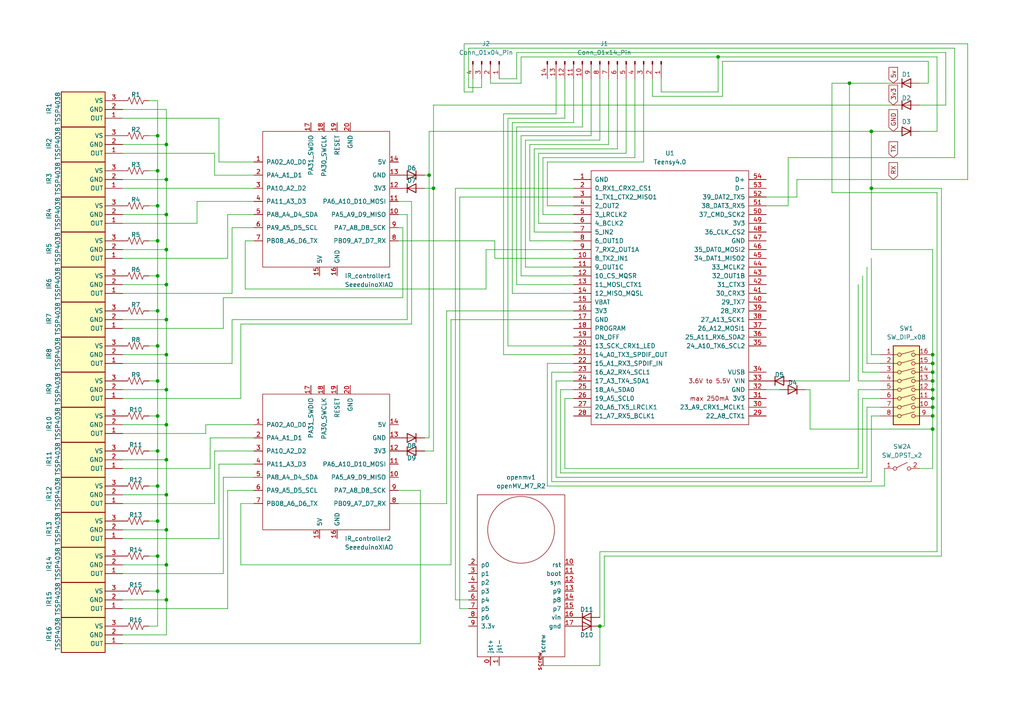
<source format=kicad_sch>
(kicad_sch (version 20231120) (generator "eeschema") (generator_version "8.0")
  (paper "A4")
  (title_block (title "Bovenste PCB schema") (date "2024-07-27") (company "Robotica Mendelcollege") (comment 1 "https://github.com/ableTI/robotica") (comment 2 "https://www.instagram.com/robotics_mendelcollege/") (comment 3 "https://mendelcollege.nl/ontdek-je-talenten/robotica-en-beta/"))
  (junction (at 270.51 118.11))
  (junction (at 48.26 143.51))
  (junction (at 45.72 120.65))
  (junction (at 270.51 102.87))
  (junction (at 48.26 82.55))
  (junction (at 48.26 41.91))
  (junction (at 270.51 115.57))
  (junction (at 45.72 161.29))
  (junction (at 125.73 54.61))
  (junction (at 252.73 38.1))
  (junction (at 208.28 16.51))
  (junction (at 45.72 69.85))
  (junction (at 270.51 110.49))
  (junction (at 48.26 153.67))
  (junction (at 173.99 181.61))
  (junction (at 48.26 133.35))
  (junction (at 45.72 49.53))
  (junction (at 45.72 110.49))
  (junction (at 270.51 105.41))
  (junction (at 270.51 113.03))
  (junction (at 124.46 50.8))
  (junction (at 48.26 62.23))
  (junction (at 45.72 140.97))
  (junction (at 48.26 123.19))
  (junction (at 45.72 39.37))
  (junction (at 45.72 151.13))
  (junction (at 45.72 130.81))
  (junction (at 48.26 52.07))
  (junction (at 252.73 54.61))
  (junction (at 48.26 102.87))
  (junction (at 45.72 59.69))
  (junction (at 45.72 80.01))
  (junction (at 270.51 124.46))
  (junction (at 270.51 120.65))
  (junction (at 48.26 72.39))
  (junction (at 48.26 163.83))
  (junction (at 48.26 92.71))
  (junction (at 48.26 173.99))
  (junction (at 45.72 90.17))
  (junction (at 45.72 171.45))
  (junction (at 45.72 100.33))
  (junction (at 48.26 113.03))
  (junction (at 246.38 24.13))
  (junction (at 270.51 107.95))
  (wire (pts (xy 45.72 100.33) (xy 43.18 100.33)))
  (wire (pts (xy 45.72 59.69) (xy 43.18 59.69)))
  (wire (pts (xy 208.28 26.67) (xy 208.28 16.51)))
  (wire (pts (xy 148.59 35.56) (xy 148.59 85.09)))
  (wire (pts (xy 45.72 90.17) (xy 43.18 90.17)))
  (wire (pts (xy 62.23 50.8) (xy 73.66 50.8)))
  (wire (pts (xy 158.75 105.41) (xy 158.75 140.97)))
  (wire (pts (xy 119.38 93.98) (xy 119.38 58.42)))
  (wire (pts (xy 62.23 130.81) (xy 62.23 146.05)))
  (wire (pts (xy 255.27 115.57) (xy 250.19 115.57)))
  (wire (pts (xy 124.46 38.1) (xy 252.73 38.1)))
  (wire (pts (xy 166.37 115.57) (xy 163.83 115.57)))
  (wire (pts (xy 123.19 50.8) (xy 124.46 50.8)))
  (wire (pts (xy 173.99 181.61) (xy 175.26 181.61)))
  (wire (pts (xy 45.72 49.53) (xy 45.72 39.37)))
  (wire (pts (xy 151.13 24.13) (xy 142.24 24.13)))
  (wire (pts (xy 140.97 72.39) (xy 166.37 72.39)))
  (wire (pts (xy 151.13 80.01) (xy 166.37 80.01)))
  (wire (pts (xy 146.05 33.02) (xy 146.05 102.87)))
  (wire (pts (xy 176.53 22.86) (xy 176.53 41.91)))
  (wire (pts (xy 35.56 82.55) (xy 48.26 82.55)))
  (wire (pts (xy 273.05 161.29) (xy 273.05 54.61)))
  (wire (pts (xy 161.29 110.49) (xy 161.29 138.43)))
  (wire (pts (xy 69.85 163.83) (xy 69.85 146.05)))
  (wire (pts (xy 157.48 193.04) (xy 173.99 193.04)))
  (wire (pts (xy 175.26 161.29) (xy 273.05 161.29)))
  (wire (pts (xy 35.56 72.39) (xy 48.26 72.39)))
  (wire (pts (xy 45.72 140.97) (xy 43.18 140.97)))
  (wire (pts (xy 148.59 85.09) (xy 166.37 85.09)))
  (wire (pts (xy 48.26 72.39) (xy 48.26 82.55)))
  (wire (pts (xy 175.26 181.61) (xy 175.26 161.29)))
  (wire (pts (xy 153.67 41.91) (xy 153.67 69.85)))
  (wire (pts (xy 115.57 146.05) (xy 129.54 146.05)))
  (wire (pts (xy 270.51 110.49) (xy 270.51 113.03)))
  (wire (pts (xy 43.18 181.61) (xy 45.72 181.61)))
  (wire (pts (xy 133.35 57.15) (xy 133.35 176.53)))
  (wire (pts (xy 35.56 143.51) (xy 48.26 143.51)))
  (wire (pts (xy 226.06 113.03) (xy 222.25 113.03)))
  (wire (pts (xy 166.37 35.56) (xy 148.59 35.56)))
  (wire (pts (xy 123.19 130.81) (xy 125.73 130.81)))
  (wire (pts (xy 45.72 161.29) (xy 43.18 161.29)))
  (wire (pts (xy 161.29 22.86) (xy 161.29 33.02)))
  (wire (pts (xy 157.48 62.23) (xy 157.48 45.72)))
  (wire (pts (xy 73.66 69.85) (xy 71.12 69.85)))
  (wire (pts (xy 48.26 52.07) (xy 48.26 41.91)))
  (wire (pts (xy 45.72 140.97) (xy 45.72 130.81)))
  (wire (pts (xy 35.56 64.77) (xy 57.15 64.77)))
  (wire (pts (xy 45.72 161.29) (xy 45.72 151.13)))
  (wire (pts (xy 35.56 62.23) (xy 48.26 62.23)))
  (wire (pts (xy 186.69 46.99) (xy 158.75 46.99)))
  (wire (pts (xy 73.66 130.81) (xy 62.23 130.81)))
  (wire (pts (xy 271.78 16.51) (xy 271.78 38.1)))
  (wire (pts (xy 280.67 12.7) (xy 280.67 52.07)))
  (wire (pts (xy 252.73 74.93) (xy 252.73 102.87)))
  (wire (pts (xy 35.56 135.89) (xy 60.96 135.89)))
  (wire (pts (xy 252.73 120.65) (xy 252.73 139.7)))
  (wire (pts (xy 270.51 72.39) (xy 252.73 72.39)))
  (wire (pts (xy 129.54 90.17) (xy 129.54 146.05)))
  (wire (pts (xy 158.75 59.69) (xy 166.37 59.69)))
  (wire (pts (xy 186.69 22.86) (xy 186.69 46.99)))
  (wire (pts (xy 140.97 83.82) (xy 140.97 72.39)))
  (wire (pts (xy 161.29 138.43) (xy 251.46 138.43)))
  (wire (pts (xy 45.72 171.45) (xy 45.72 161.29)))
  (wire (pts (xy 64.77 86.36) (xy 116.84 86.36)))
  (wire (pts (xy 149.86 15.24) (xy 274.32 15.24)))
  (wire (pts (xy 270.51 102.87) (xy 270.51 72.39)))
  (wire (pts (xy 48.26 153.67) (xy 48.26 163.83)))
  (wire (pts (xy 59.69 123.19) (xy 73.66 123.19)))
  (wire (pts (xy 48.26 163.83) (xy 48.26 173.99)))
  (wire (pts (xy 146.05 102.87) (xy 166.37 102.87)))
  (wire (pts (xy 60.96 135.89) (xy 60.96 127)))
  (wire (pts (xy 48.26 52.07) (xy 48.26 62.23)))
  (wire (pts (xy 124.46 38.1) (xy 124.46 50.8)))
  (wire (pts (xy 35.56 153.67) (xy 48.26 153.67)))
  (wire (pts (xy 144.78 22.86) (xy 149.86 22.86)))
  (wire (pts (xy 161.29 33.02) (xy 146.05 33.02)))
  (wire (pts (xy 166.37 67.31) (xy 154.94 67.31)))
  (wire (pts (xy 45.72 100.33) (xy 45.72 90.17)))
  (wire (pts (xy 269.24 24.13) (xy 269.24 17.78)))
  (wire (pts (xy 45.72 130.81) (xy 43.18 130.81)))
  (wire (pts (xy 62.23 44.45) (xy 62.23 50.8)))
  (wire (pts (xy 35.56 115.57) (xy 69.85 115.57)))
  (wire (pts (xy 60.96 127) (xy 73.66 127)))
  (wire (pts (xy 67.31 66.04) (xy 73.66 66.04)))
  (wire (pts (xy 45.72 90.17) (xy 45.72 80.01)))
  (wire (pts (xy 130.81 92.71) (xy 130.81 163.83)))
  (wire (pts (xy 173.99 160.02) (xy 271.78 160.02)))
  (wire (pts (xy 45.72 130.81) (xy 45.72 120.65)))
  (wire (pts (xy 35.56 74.93) (xy 66.04 74.93)))
  (wire (pts (xy 234.95 124.46) (xy 270.51 124.46)))
  (wire (pts (xy 123.19 54.61) (xy 125.73 54.61)))
  (wire (pts (xy 158.75 140.97) (xy 256.54 140.97)))
  (wire (pts (xy 133.35 57.15) (xy 166.37 57.15)))
  (wire (pts (xy 171.45 39.37) (xy 151.13 39.37)))
  (wire (pts (xy 231.14 57.15) (xy 231.14 52.07)))
  (wire (pts (xy 250.19 80.01) (xy 250.19 107.95)))
  (wire (pts (xy 69.85 146.05) (xy 73.66 146.05)))
  (wire (pts (xy 67.31 105.41) (xy 35.56 105.41)))
  (wire (pts (xy 45.72 110.49) (xy 43.18 110.49)))
  (wire (pts (xy 45.72 110.49) (xy 45.72 100.33)))
  (wire (pts (xy 59.69 125.73) (xy 59.69 123.19)))
  (wire (pts (xy 62.23 146.05) (xy 35.56 146.05)))
  (wire (pts (xy 142.24 24.13) (xy 142.24 22.86)))
  (wire (pts (xy 156.21 44.45) (xy 156.21 64.77)))
  (wire (pts (xy 149.86 82.55) (xy 149.86 36.83)))
  (wire (pts (xy 246.38 24.13) (xy 259.08 24.13)))
  (wire (pts (xy 135.89 176.53) (xy 133.35 176.53)))
  (wire (pts (xy 270.51 120.65) (xy 270.51 124.46)))
  (wire (pts (xy 270.51 102.87) (xy 270.51 105.41)))
  (wire (pts (xy 73.66 46.99) (xy 63.5 46.99)))
  (wire (pts (xy 252.73 139.7) (xy 160.02 139.7)))
  (wire (pts (xy 124.46 127) (xy 124.46 50.8)))
  (wire (pts (xy 270.51 118.11) (xy 270.51 120.65)))
  (wire (pts (xy 130.81 163.83) (xy 69.85 163.83)))
  (wire (pts (xy 152.4 77.47) (xy 152.4 40.64)))
  (wire (pts (xy 125.73 30.48) (xy 125.73 54.61)))
  (wire (pts (xy 222.25 57.15) (xy 231.14 57.15)))
  (wire (pts (xy 173.99 22.86) (xy 173.99 40.64)))
  (wire (pts (xy 153.67 69.85) (xy 166.37 69.85)))
  (wire (pts (xy 271.78 160.02) (xy 271.78 55.88)))
  (wire (pts (xy 48.26 82.55) (xy 48.26 92.71)))
  (wire (pts (xy 35.56 184.15) (xy 48.26 184.15)))
  (wire (pts (xy 154.94 43.18) (xy 179.07 43.18)))
  (wire (pts (xy 66.04 142.24) (xy 66.04 176.53)))
  (wire (pts (xy 116.84 66.04) (xy 115.57 66.04)))
  (wire (pts (xy 151.13 39.37) (xy 151.13 80.01)))
  (wire (pts (xy 66.04 62.23) (xy 73.66 62.23)))
  (wire (pts (xy 173.99 193.04) (xy 173.99 181.61)))
  (wire (pts (xy 251.46 105.41) (xy 251.46 77.47)))
  (wire (pts (xy 45.72 69.85) (xy 45.72 59.69)))
  (wire (pts (xy 35.56 156.21) (xy 63.5 156.21)))
  (wire (pts (xy 135.89 13.97) (xy 135.89 25.4)))
  (wire (pts (xy 45.72 80.01) (xy 43.18 80.01)))
  (wire (pts (xy 276.86 13.97) (xy 135.89 13.97)))
  (wire (pts (xy 256.54 140.97) (xy 256.54 135.89)))
  (wire (pts (xy 248.92 110.49) (xy 248.92 82.55)))
  (wire (pts (xy 248.92 135.89) (xy 248.92 113.03)))
  (wire (pts (xy 181.61 22.86) (xy 181.61 44.45)))
  (wire (pts (xy 134.62 26.67) (xy 134.62 12.7)))
  (wire (pts (xy 35.56 41.91) (xy 48.26 41.91)))
  (wire (pts (xy 35.56 44.45) (xy 62.23 44.45)))
  (wire (pts (xy 151.13 16.51) (xy 151.13 24.13)))
  (wire (pts (xy 228.6 59.69) (xy 228.6 45.72)))
  (wire (pts (xy 184.15 45.72) (xy 184.15 22.86)))
  (wire (pts (xy 231.14 52.07) (xy 280.67 52.07)))
  (wire (pts (xy 252.73 38.1) (xy 259.08 38.1)))
  (wire (pts (xy 45.72 151.13) (xy 43.18 151.13)))
  (wire (pts (xy 156.21 64.77) (xy 166.37 64.77)))
  (wire (pts (xy 137.16 22.86) (xy 137.16 26.67)))
  (wire (pts (xy 121.92 142.24) (xy 115.57 142.24)))
  (wire (pts (xy 149.86 36.83) (xy 168.91 36.83)))
  (wire (pts (xy 137.16 26.67) (xy 134.62 26.67)))
  (wire (pts (xy 255.27 110.49) (xy 248.92 110.49)))
  (wire (pts (xy 271.78 38.1) (xy 266.7 38.1)))
  (wire (pts (xy 251.46 118.11) (xy 255.27 118.11)))
  (wire (pts (xy 162.56 137.16) (xy 162.56 113.03)))
  (wire (pts (xy 115.57 62.23) (xy 118.11 62.23)))
  (wire (pts (xy 252.73 54.61) (xy 252.73 38.1)))
  (wire (pts (xy 121.92 186.69) (xy 121.92 142.24)))
  (wire (pts (xy 35.56 92.71) (xy 48.26 92.71)))
  (wire (pts (xy 270.51 115.57) (xy 270.51 118.11)))
  (wire (pts (xy 162.56 113.03) (xy 166.37 113.03)))
  (wire (pts (xy 229.87 110.49) (xy 246.38 110.49)))
  (wire (pts (xy 48.26 102.87) (xy 48.26 113.03)))
  (wire (pts (xy 160.02 107.95) (xy 166.37 107.95)))
  (wire (pts (xy 48.26 31.75) (xy 35.56 31.75)))
  (wire (pts (xy 116.84 86.36) (xy 116.84 66.04)))
  (wire (pts (xy 64.77 95.25) (xy 64.77 86.36)))
  (wire (pts (xy 67.31 92.71) (xy 67.31 105.41)))
  (wire (pts (xy 139.7 25.4) (xy 135.89 25.4)))
  (wire (pts (xy 276.86 45.72) (xy 276.86 13.97)))
  (wire (pts (xy 157.48 45.72) (xy 184.15 45.72)))
  (wire (pts (xy 73.66 58.42) (xy 57.15 58.42)))
  (wire (pts (xy 228.6 45.72) (xy 276.86 45.72)))
  (wire (pts (xy 271.78 55.88) (xy 241.3 55.88)))
  (wire (pts (xy 115.57 69.85) (xy 143.51 69.85)))
  (wire (pts (xy 166.37 62.23) (xy 157.48 62.23)))
  (wire (pts (xy 163.83 34.29) (xy 163.83 22.86)))
  (wire (pts (xy 209.55 27.94) (xy 189.23 27.94)))
  (wire (pts (xy 48.26 143.51) (xy 48.26 153.67)))
  (wire (pts (xy 168.91 36.83) (xy 168.91 22.86)))
  (wire (pts (xy 250.19 107.95) (xy 255.27 107.95)))
  (wire (pts (xy 274.32 15.24) (xy 274.32 30.48)))
  (wire (pts (xy 270.51 135.89) (xy 266.7 135.89)))
  (wire (pts (xy 252.73 54.61) (xy 273.05 54.61)))
  (wire (pts (xy 250.19 115.57) (xy 250.19 137.16)))
  (wire (pts (xy 166.37 105.41) (xy 158.75 105.41)))
  (wire (pts (xy 135.89 173.99) (xy 132.08 173.99)))
  (wire (pts (xy 35.56 123.19) (xy 48.26 123.19)))
  (wire (pts (xy 35.56 85.09) (xy 67.31 85.09)))
  (wire (pts (xy 48.26 173.99) (xy 48.26 184.15)))
  (wire (pts (xy 255.27 105.41) (xy 251.46 105.41)))
  (wire (pts (xy 233.68 113.03) (xy 234.95 113.03)))
  (wire (pts (xy 45.72 59.69) (xy 45.72 49.53)))
  (wire (pts (xy 234.95 113.03) (xy 234.95 124.46)))
  (wire (pts (xy 64.77 138.43) (xy 73.66 138.43)))
  (wire (pts (xy 35.56 173.99) (xy 48.26 173.99)))
  (wire (pts (xy 251.46 138.43) (xy 251.46 118.11)))
  (wire (pts (xy 252.73 72.39) (xy 252.73 54.61)))
  (wire (pts (xy 48.26 113.03) (xy 48.26 123.19)))
  (wire (pts (xy 45.72 181.61) (xy 45.72 171.45)))
  (wire (pts (xy 48.26 133.35) (xy 48.26 143.51)))
  (wire (pts (xy 152.4 40.64) (xy 173.99 40.64)))
  (wire (pts (xy 48.26 123.19) (xy 48.26 133.35)))
  (wire (pts (xy 35.56 125.73) (xy 59.69 125.73)))
  (wire (pts (xy 35.56 133.35) (xy 48.26 133.35)))
  (wire (pts (xy 45.72 69.85) (xy 43.18 69.85)))
  (wire (pts (xy 179.07 43.18) (xy 179.07 22.86)))
  (wire (pts (xy 35.56 163.83) (xy 48.26 163.83)))
  (wire (pts (xy 143.51 74.93) (xy 166.37 74.93)))
  (wire (pts (xy 250.19 137.16) (xy 162.56 137.16)))
  (wire (pts (xy 45.72 171.45) (xy 43.18 171.45)))
  (wire (pts (xy 63.5 46.99) (xy 63.5 34.29)))
  (wire (pts (xy 154.94 67.31) (xy 154.94 43.18)))
  (wire (pts (xy 208.28 16.51) (xy 271.78 16.51)))
  (wire (pts (xy 45.72 29.21) (xy 43.18 29.21)))
  (wire (pts (xy 166.37 110.49) (xy 161.29 110.49)))
  (wire (pts (xy 35.56 113.03) (xy 48.26 113.03)))
  (wire (pts (xy 132.08 173.99) (xy 132.08 54.61)))
  (wire (pts (xy 149.86 22.86) (xy 149.86 15.24)))
  (wire (pts (xy 35.56 52.07) (xy 48.26 52.07)))
  (wire (pts (xy 45.72 80.01) (xy 45.72 69.85)))
  (wire (pts (xy 147.32 100.33) (xy 147.32 34.29)))
  (wire (pts (xy 129.54 90.17) (xy 166.37 90.17)))
  (wire (pts (xy 222.25 59.69) (xy 228.6 59.69)))
  (wire (pts (xy 35.56 95.25) (xy 64.77 95.25)))
  (wire (pts (xy 45.72 120.65) (xy 43.18 120.65)))
  (wire (pts (xy 69.85 115.57) (xy 69.85 93.98)))
  (wire (pts (xy 208.28 16.51) (xy 151.13 16.51)))
  (wire (pts (xy 48.26 41.91) (xy 48.26 31.75)))
  (wire (pts (xy 119.38 58.42) (xy 115.57 58.42)))
  (wire (pts (xy 181.61 44.45) (xy 156.21 44.45)))
  (wire (pts (xy 252.73 102.87) (xy 255.27 102.87)))
  (wire (pts (xy 66.04 176.53) (xy 35.56 176.53)))
  (wire (pts (xy 163.83 115.57) (xy 163.83 135.89)))
  (wire (pts (xy 209.55 17.78) (xy 209.55 27.94)))
  (wire (pts (xy 123.19 127) (xy 124.46 127)))
  (wire (pts (xy 139.7 22.86) (xy 139.7 25.4)))
  (wire (pts (xy 125.73 54.61) (xy 125.73 130.81)))
  (wire (pts (xy 57.15 58.42) (xy 57.15 64.77)))
  (wire (pts (xy 270.51 113.03) (xy 270.51 115.57)))
  (wire (pts (xy 134.62 12.7) (xy 280.67 12.7)))
  (wire (pts (xy 35.56 166.37) (xy 64.77 166.37)))
  (wire (pts (xy 45.72 39.37) (xy 43.18 39.37)))
  (wire (pts (xy 118.11 92.71) (xy 67.31 92.71)))
  (wire (pts (xy 66.04 62.23) (xy 66.04 74.93)))
  (wire (pts (xy 63.5 134.62) (xy 73.66 134.62)))
  (wire (pts (xy 63.5 34.29) (xy 35.56 34.29)))
  (wire (pts (xy 45.72 39.37) (xy 45.72 29.21)))
  (wire (pts (xy 246.38 110.49) (xy 246.38 24.13)))
  (wire (pts (xy 266.7 24.13) (xy 269.24 24.13)))
  (wire (pts (xy 166.37 92.71) (xy 130.81 92.71)))
  (wire (pts (xy 71.12 83.82) (xy 140.97 83.82)))
  (wire (pts (xy 63.5 156.21) (xy 63.5 134.62)))
  (wire (pts (xy 189.23 27.94) (xy 189.23 22.86)))
  (wire (pts (xy 71.12 69.85) (xy 71.12 83.82)))
  (wire (pts (xy 241.3 55.88) (xy 241.3 24.13)))
  (wire (pts (xy 35.56 102.87) (xy 48.26 102.87)))
  (wire (pts (xy 48.26 92.71) (xy 48.26 102.87)))
  (wire (pts (xy 147.32 34.29) (xy 163.83 34.29)))
  (wire (pts (xy 171.45 22.86) (xy 171.45 39.37)))
  (wire (pts (xy 270.51 107.95) (xy 270.51 110.49)))
  (wire (pts (xy 35.56 54.61) (xy 73.66 54.61)))
  (wire (pts (xy 158.75 46.99) (xy 158.75 59.69)))
  (wire (pts (xy 176.53 41.91) (xy 153.67 41.91)))
  (wire (pts (xy 255.27 120.65) (xy 252.73 120.65)))
  (wire (pts (xy 118.11 62.23) (xy 118.11 92.71)))
  (wire (pts (xy 163.83 135.89) (xy 248.92 135.89)))
  (wire (pts (xy 35.56 186.69) (xy 121.92 186.69)))
  (wire (pts (xy 191.77 26.67) (xy 208.28 26.67)))
  (wire (pts (xy 73.66 142.24) (xy 66.04 142.24)))
  (wire (pts (xy 274.32 30.48) (xy 266.7 30.48)))
  (wire (pts (xy 191.77 22.86) (xy 191.77 26.67)))
  (wire (pts (xy 67.31 85.09) (xy 67.31 66.04)))
  (wire (pts (xy 241.3 24.13) (xy 246.38 24.13)))
  (wire (pts (xy 269.24 17.78) (xy 209.55 17.78)))
  (wire (pts (xy 160.02 139.7) (xy 160.02 107.95)))
  (wire (pts (xy 45.72 49.53) (xy 43.18 49.53)))
  (wire (pts (xy 259.08 30.48) (xy 125.73 30.48)))
  (wire (pts (xy 166.37 82.55) (xy 149.86 82.55)))
  (wire (pts (xy 132.08 54.61) (xy 166.37 54.61)))
  (wire (pts (xy 64.77 166.37) (xy 64.77 138.43)))
  (wire (pts (xy 166.37 77.47) (xy 152.4 77.47)))
  (wire (pts (xy 143.51 69.85) (xy 143.51 74.93)))
  (wire (pts (xy 173.99 179.07) (xy 173.99 160.02)))
  (wire (pts (xy 48.26 62.23) (xy 48.26 72.39)))
  (wire (pts (xy 45.72 120.65) (xy 45.72 110.49)))
  (wire (pts (xy 270.51 105.41) (xy 270.51 107.95)))
  (wire (pts (xy 248.92 113.03) (xy 255.27 113.03)))
  (wire (pts (xy 166.37 100.33) (xy 147.32 100.33)))
  (wire (pts (xy 69.85 93.98) (xy 119.38 93.98)))
  (wire (pts (xy 45.72 151.13) (xy 45.72 140.97)))
  (wire (pts (xy 166.37 22.86) (xy 166.37 35.56)))
  (wire (pts (xy 270.51 124.46) (xy 270.51 135.89)))
  (global_label "3v3" (shape input) (at 259.08 30.48 90) (property "Intersheetrefs" "${INTERSHEET_REFS}" (effects (hide yes))))
  (global_label "5v" (shape input) (at 259.08 24.13 90) (property "Intersheetrefs" "${INTERSHEET_REFS}" (effects (hide yes))))
  (global_label "TX" (shape input) (at 259.08 45.72 90) (property "Intersheetrefs" "${INTERSHEET_REFS}" (effects (hide yes))))
  (global_label "RX" (shape input) (at 259.08 52.07 90) (property "Intersheetrefs" "${INTERSHEET_REFS}" (effects (hide yes))))
  (global_label "GND" (shape input) (at 259.08 38.1 90) (property "Intersheetrefs" "${INTERSHEET_REFS}" (effects (hide yes))))
  (symbol (lib_id "Connector:Conn_01x14_Pin") (at 176.53 17.78 270) (unit 1)
    (property "Reference" "J1" (at 175.26 12.7 90))
    (property "Value" "Conn_01x14_Pin" (at 175.26 15.24 90))
    (property "Description" "Generic connector, single row, 01x14, script generated" (effects (hide yes)))
  )
  (symbol (lib_id "TSSP4038:TSSP4038") (at 35.56 74.93 180) (unit 1)
    (property "Reference" "IR5" (at 14.224 72.136 90))
    (property "Value" "TSSP4038" (at 16.764 72.136 90))
    (property "Footprint" "tssp4038:TSSP4038" (effects (hide yes)))
    (property "Datasheet" "https://componentsearchengine.com/Datasheets/2/TSSP4038.pdf" (effects (hide yes)))
    (property "Description" "IR Receiver Module 38KHz 25m EMI 3-Pin Vishay TSSP4038, 38kHz IR Receiver, 950nm +/-45 , 25m Range, 2.5V - 5V, Through Hole, 6 x 3.9 x 6.95mm" (effects (hide yes)))
    (property "Manufacturer_Name" "Vishay" (effects (hide yes)))
    (property "Manufacturer_Part_Number" "TSSP4038" (effects (hide yes)))
    (property "Mouser Part Number" "782-TSSP4038" (effects (hide yes)))
    (property "Mouser Price/Stock" "https://www.mouser.co.uk/ProductDetail/Vishay-Semiconductors/TSSP4038?qs=lgjwDzixuo3Ja5hn%252BEmOdw%3D%3D" (effects (hide yes)))
    (property "Arrow Part Number" "TSSP4038" (effects (hide yes)))
    (property "Arrow Price/Stock" "https://www.arrow.com/en/products/tssp4038/vishay?region=nac" (effects (hide yes)))
  )
  (symbol (lib_id "Device:D") (at 262.89 24.13 0) (unit 1)
    (property "Reference" "D1" (at 262.89 21.59 0))
    (property "Value" "D" (effects (hide yes)))
    (property "Footprint" "Diode_SMD:D_MELF-RM10_Universal_Handsoldering" (effects (hide yes)))
    (property "Description" "Diode" (effects (hide yes)))
    (property "Sim.Device" "D" (effects (hide yes)))
    (property "Sim.Pins" "1=K 2=A" (effects (hide yes)))
  )
  (symbol (lib_id "TSSP4038:TSSP4038") (at 35.56 176.53 180) (unit 1)
    (property "Reference" "IR15" (at 14.224 173.736 90))
    (property "Value" "TSSP4038" (at 16.764 173.736 90))
    (property "Footprint" "tssp4038:TSSP4038" (effects (hide yes)))
    (property "Datasheet" "https://componentsearchengine.com/Datasheets/2/TSSP4038.pdf" (effects (hide yes)))
    (property "Description" "IR Receiver Module 38KHz 25m EMI 3-Pin Vishay TSSP4038, 38kHz IR Receiver, 950nm +/-45 , 25m Range, 2.5V - 5V, Through Hole, 6 x 3.9 x 6.95mm" (effects (hide yes)))
    (property "Manufacturer_Name" "Vishay" (effects (hide yes)))
    (property "Manufacturer_Part_Number" "TSSP4038" (effects (hide yes)))
    (property "Mouser Part Number" "782-TSSP4038" (effects (hide yes)))
    (property "Mouser Price/Stock" "https://www.mouser.co.uk/ProductDetail/Vishay-Semiconductors/TSSP4038?qs=lgjwDzixuo3Ja5hn%252BEmOdw%3D%3D" (effects (hide yes)))
    (property "Arrow Part Number" "TSSP4038" (effects (hide yes)))
    (property "Arrow Price/Stock" "https://www.arrow.com/en/products/tssp4038/vishay?region=nac" (effects (hide yes)))
  )
  (symbol (lib_id "Device:R_US") (at 39.37 110.49 90) (unit 1)
    (property "Reference" "R9" (at 39.37 108.712 90))
    (property "Value" "R_US" (effects (hide yes)))
    (property "Footprint" "old:resistor" (effects (hide yes)))
    (property "Description" "Resistor, US symbol" (effects (hide yes)))
  )
  (symbol (lib_id "Device:D") (at 170.18 179.07 0) (unit 1)
    (property "Reference" "D11" (at 170.18 176.784 0))
    (property "Value" "D" (effects (hide yes)))
    (property "Footprint" "Diode_SMD:D_MELF-RM10_Universal_Handsoldering" (effects (hide yes)))
    (property "Description" "Diode" (effects (hide yes)))
    (property "Sim.Device" "D" (effects (hide yes)))
    (property "Sim.Pins" "1=K 2=A" (effects (hide yes)))
  )
  (symbol (lib_id "TSSP4038:TSSP4038") (at 35.56 34.29 180) (unit 1)
    (property "Reference" "IR1" (at 14.224 31.496 90))
    (property "Value" "TSSP4038" (at 16.764 31.496 90))
    (property "Footprint" "tssp4038:TSSP4038" (effects (hide yes)))
    (property "Datasheet" "https://componentsearchengine.com/Datasheets/2/TSSP4038.pdf" (effects (hide yes)))
    (property "Description" "IR Receiver Module 38KHz 25m EMI 3-Pin Vishay TSSP4038, 38kHz IR Receiver, 950nm +/-45 , 25m Range, 2.5V - 5V, Through Hole, 6 x 3.9 x 6.95mm" (effects (hide yes)))
    (property "Manufacturer_Name" "Vishay" (effects (hide yes)))
    (property "Manufacturer_Part_Number" "TSSP4038" (effects (hide yes)))
    (property "Mouser Part Number" "782-TSSP4038" (effects (hide yes)))
    (property "Mouser Price/Stock" "https://www.mouser.co.uk/ProductDetail/Vishay-Semiconductors/TSSP4038?qs=lgjwDzixuo3Ja5hn%252BEmOdw%3D%3D" (effects (hide yes)))
    (property "Arrow Part Number" "TSSP4038" (effects (hide yes)))
    (property "Arrow Price/Stock" "https://www.arrow.com/en/products/tssp4038/vishay?region=nac" (effects (hide yes)))
  )
  (symbol (lib_id "TSSP4038:TSSP4038") (at 35.56 125.73 180) (unit 1)
    (property "Reference" "IR10" (at 14.224 122.936 90))
    (property "Value" "TSSP4038" (at 16.764 122.936 90))
    (property "Footprint" "tssp4038:TSSP4038" (effects (hide yes)))
    (property "Datasheet" "https://componentsearchengine.com/Datasheets/2/TSSP4038.pdf" (effects (hide yes)))
    (property "Description" "IR Receiver Module 38KHz 25m EMI 3-Pin Vishay TSSP4038, 38kHz IR Receiver, 950nm +/-45 , 25m Range, 2.5V - 5V, Through Hole, 6 x 3.9 x 6.95mm" (effects (hide yes)))
    (property "Manufacturer_Name" "Vishay" (effects (hide yes)))
    (property "Manufacturer_Part_Number" "TSSP4038" (effects (hide yes)))
    (property "Mouser Part Number" "782-TSSP4038" (effects (hide yes)))
    (property "Mouser Price/Stock" "https://www.mouser.co.uk/ProductDetail/Vishay-Semiconductors/TSSP4038?qs=lgjwDzixuo3Ja5hn%252BEmOdw%3D%3D" (effects (hide yes)))
    (property "Arrow Part Number" "TSSP4038" (effects (hide yes)))
    (property "Arrow Price/Stock" "https://www.arrow.com/en/products/tssp4038/vishay?region=nac" (effects (hide yes)))
  )
  (symbol (lib_id "Device:R_US") (at 39.37 140.97 90) (unit 1)
    (property "Reference" "R12" (at 39.37 139.192 90))
    (property "Value" "R_US" (effects (hide yes)))
    (property "Footprint" "old:resistor" (effects (hide yes)))
    (property "Description" "Resistor, US symbol" (effects (hide yes)))
  )
  (symbol (lib_id "TSSP4038:TSSP4038") (at 35.56 156.21 180) (unit 1)
    (property "Reference" "IR13" (at 14.224 153.416 90))
    (property "Value" "TSSP4038" (at 16.764 153.416 90))
    (property "Footprint" "tssp4038:TSSP4038" (effects (hide yes)))
    (property "Datasheet" "https://componentsearchengine.com/Datasheets/2/TSSP4038.pdf" (effects (hide yes)))
    (property "Description" "IR Receiver Module 38KHz 25m EMI 3-Pin Vishay TSSP4038, 38kHz IR Receiver, 950nm +/-45 , 25m Range, 2.5V - 5V, Through Hole, 6 x 3.9 x 6.95mm" (effects (hide yes)))
    (property "Manufacturer_Name" "Vishay" (effects (hide yes)))
    (property "Manufacturer_Part_Number" "TSSP4038" (effects (hide yes)))
    (property "Mouser Part Number" "782-TSSP4038" (effects (hide yes)))
    (property "Mouser Price/Stock" "https://www.mouser.co.uk/ProductDetail/Vishay-Semiconductors/TSSP4038?qs=lgjwDzixuo3Ja5hn%252BEmOdw%3D%3D" (effects (hide yes)))
    (property "Arrow Part Number" "TSSP4038" (effects (hide yes)))
    (property "Arrow Price/Stock" "https://www.arrow.com/en/products/tssp4038/vishay?region=nac" (effects (hide yes)))
  )
  (symbol (lib_id "Device:D") (at 229.87 113.03 180) (unit 1)
    (property "Reference" "D4" (at 229.87 110.998 0))
    (property "Value" "D" (effects (hide yes)))
    (property "Footprint" "Diode_SMD:D_MELF-RM10_Universal_Handsoldering" (effects (hide yes)))
    (property "Description" "Diode" (effects (hide yes)))
    (property "Sim.Device" "D" (effects (hide yes)))
    (property "Sim.Pins" "1=K 2=A" (effects (hide yes)))
  )
  (symbol (lib_id "teensy:Teensy4.0") (at 194.31 86.36 0) (unit 1)
    (property "Reference" "U1" (at 194.31 44.45 0))
    (property "Value" "Teensy4.0" (at 194.31 46.99 0))
  )
  (symbol (lib_id "TSSP4038:TSSP4038") (at 35.56 95.25 180) (unit 1)
    (property "Reference" "IR7" (at 14.224 92.456 90))
    (property "Value" "TSSP4038" (at 16.764 92.456 90))
    (property "Footprint" "tssp4038:TSSP4038" (effects (hide yes)))
    (property "Datasheet" "https://componentsearchengine.com/Datasheets/2/TSSP4038.pdf" (effects (hide yes)))
    (property "Description" "IR Receiver Module 38KHz 25m EMI 3-Pin Vishay TSSP4038, 38kHz IR Receiver, 950nm +/-45 , 25m Range, 2.5V - 5V, Through Hole, 6 x 3.9 x 6.95mm" (effects (hide yes)))
    (property "Manufacturer_Name" "Vishay" (effects (hide yes)))
    (property "Manufacturer_Part_Number" "TSSP4038" (effects (hide yes)))
    (property "Mouser Part Number" "782-TSSP4038" (effects (hide yes)))
    (property "Mouser Price/Stock" "https://www.mouser.co.uk/ProductDetail/Vishay-Semiconductors/TSSP4038?qs=lgjwDzixuo3Ja5hn%252BEmOdw%3D%3D" (effects (hide yes)))
    (property "Arrow Part Number" "TSSP4038" (effects (hide yes)))
    (property "Arrow Price/Stock" "https://www.arrow.com/en/products/tssp4038/vishay?region=nac" (effects (hide yes)))
  )
  (symbol (lib_id "Device:R_US") (at 39.37 80.01 90) (unit 1)
    (property "Reference" "R6" (at 39.37 78.232 90))
    (property "Value" "R_US" (effects (hide yes)))
    (property "Footprint" "old:resistor" (effects (hide yes)))
    (property "Description" "Resistor, US symbol" (effects (hide yes)))
  )
  (symbol (lib_id "Device:D") (at 119.38 54.61 0) (unit 1)
    (property "Reference" "D7" (at 119.38 52.324 0))
    (property "Value" "D" (effects (hide yes)))
    (property "Footprint" "Diode_SMD:D_MELF-RM10_Universal_Handsoldering" (effects (hide yes)))
    (property "Description" "Diode" (effects (hide yes)))
    (property "Sim.Device" "D" (effects (hide yes)))
    (property "Sim.Pins" "1=K 2=A" (effects (hide yes)))
  )
  (symbol (lib_id "Device:D") (at 119.38 50.8 180) (unit 1)
    (property "Reference" "D6" (at 119.38 48.768 0))
    (property "Value" "D" (effects (hide yes)))
    (property "Footprint" "Diode_SMD:D_MELF-RM10_Universal_Handsoldering" (effects (hide yes)))
    (property "Description" "Diode" (effects (hide yes)))
    (property "Sim.Device" "D" (effects (hide yes)))
    (property "Sim.Pins" "1=K 2=A" (effects (hide yes)))
  )
  (symbol (lib_id "TSSP4038:TSSP4038") (at 35.56 105.41 180) (unit 1)
    (property "Reference" "IR8" (at 14.224 102.616 90))
    (property "Value" "TSSP4038" (at 16.764 102.616 90))
    (property "Footprint" "tssp4038:TSSP4038" (effects (hide yes)))
    (property "Datasheet" "https://componentsearchengine.com/Datasheets/2/TSSP4038.pdf" (effects (hide yes)))
    (property "Description" "IR Receiver Module 38KHz 25m EMI 3-Pin Vishay TSSP4038, 38kHz IR Receiver, 950nm +/-45 , 25m Range, 2.5V - 5V, Through Hole, 6 x 3.9 x 6.95mm" (effects (hide yes)))
    (property "Manufacturer_Name" "Vishay" (effects (hide yes)))
    (property "Manufacturer_Part_Number" "TSSP4038" (effects (hide yes)))
    (property "Mouser Part Number" "782-TSSP4038" (effects (hide yes)))
    (property "Mouser Price/Stock" "https://www.mouser.co.uk/ProductDetail/Vishay-Semiconductors/TSSP4038?qs=lgjwDzixuo3Ja5hn%252BEmOdw%3D%3D" (effects (hide yes)))
    (property "Arrow Part Number" "TSSP4038" (effects (hide yes)))
    (property "Arrow Price/Stock" "https://www.arrow.com/en/products/tssp4038/vishay?region=nac" (effects (hide yes)))
  )
  (symbol (lib_id "TSSP4038:TSSP4038") (at 35.56 64.77 180) (unit 1)
    (property "Reference" "IR4" (at 14.224 61.976 90))
    (property "Value" "TSSP4038" (at 16.764 61.976 90))
    (property "Footprint" "tssp4038:TSSP4038" (effects (hide yes)))
    (property "Datasheet" "https://componentsearchengine.com/Datasheets/2/TSSP4038.pdf" (effects (hide yes)))
    (property "Description" "IR Receiver Module 38KHz 25m EMI 3-Pin Vishay TSSP4038, 38kHz IR Receiver, 950nm +/-45 , 25m Range, 2.5V - 5V, Through Hole, 6 x 3.9 x 6.95mm" (effects (hide yes)))
    (property "Manufacturer_Name" "Vishay" (effects (hide yes)))
    (property "Manufacturer_Part_Number" "TSSP4038" (effects (hide yes)))
    (property "Mouser Part Number" "782-TSSP4038" (effects (hide yes)))
    (property "Mouser Price/Stock" "https://www.mouser.co.uk/ProductDetail/Vishay-Semiconductors/TSSP4038?qs=lgjwDzixuo3Ja5hn%252BEmOdw%3D%3D" (effects (hide yes)))
    (property "Arrow Part Number" "TSSP4038" (effects (hide yes)))
    (property "Arrow Price/Stock" "https://www.arrow.com/en/products/tssp4038/vishay?region=nac" (effects (hide yes)))
  )
  (symbol (lib_id "Device:D") (at 170.18 181.61 180) (unit 1)
    (property "Reference" "D10" (at 170.18 184.15 0))
    (property "Value" "D" (effects (hide yes)))
    (property "Footprint" "Diode_SMD:D_MELF-RM10_Universal_Handsoldering" (effects (hide yes)))
    (property "Description" "Diode" (effects (hide yes)))
    (property "Sim.Device" "D" (effects (hide yes)))
    (property "Sim.Pins" "1=K 2=A" (effects (hide yes)))
  )
  (symbol (lib_id "Device:R_US") (at 39.37 29.21 90) (unit 1)
    (property "Reference" "R1" (at 39.37 27.432 90))
    (property "Value" "R_US" (effects (hide yes)))
    (property "Footprint" "old:resistor" (effects (hide yes)))
    (property "Description" "Resistor, US symbol" (effects (hide yes)))
  )
  (symbol (lib_id "TSSP4038:TSSP4038") (at 35.56 85.09 180) (unit 1)
    (property "Reference" "IR6" (at 14.224 82.296 90))
    (property "Value" "TSSP4038" (at 16.764 82.296 90))
    (property "Footprint" "tssp4038:TSSP4038" (effects (hide yes)))
    (property "Datasheet" "https://componentsearchengine.com/Datasheets/2/TSSP4038.pdf" (effects (hide yes)))
    (property "Description" "IR Receiver Module 38KHz 25m EMI 3-Pin Vishay TSSP4038, 38kHz IR Receiver, 950nm +/-45 , 25m Range, 2.5V - 5V, Through Hole, 6 x 3.9 x 6.95mm" (effects (hide yes)))
    (property "Manufacturer_Name" "Vishay" (effects (hide yes)))
    (property "Manufacturer_Part_Number" "TSSP4038" (effects (hide yes)))
    (property "Mouser Part Number" "782-TSSP4038" (effects (hide yes)))
    (property "Mouser Price/Stock" "https://www.mouser.co.uk/ProductDetail/Vishay-Semiconductors/TSSP4038?qs=lgjwDzixuo3Ja5hn%252BEmOdw%3D%3D" (effects (hide yes)))
    (property "Arrow Part Number" "TSSP4038" (effects (hide yes)))
    (property "Arrow Price/Stock" "https://www.arrow.com/en/products/tssp4038/vishay?region=nac" (effects (hide yes)))
  )
  (symbol (lib_id "TSSP4038:TSSP4038") (at 35.56 115.57 180) (unit 1)
    (property "Reference" "IR9" (at 14.224 112.776 90))
    (property "Value" "TSSP4038" (at 16.764 112.776 90))
    (property "Footprint" "tssp4038:TSSP4038" (effects (hide yes)))
    (property "Datasheet" "https://componentsearchengine.com/Datasheets/2/TSSP4038.pdf" (effects (hide yes)))
    (property "Description" "IR Receiver Module 38KHz 25m EMI 3-Pin Vishay TSSP4038, 38kHz IR Receiver, 950nm +/-45 , 25m Range, 2.5V - 5V, Through Hole, 6 x 3.9 x 6.95mm" (effects (hide yes)))
    (property "Manufacturer_Name" "Vishay" (effects (hide yes)))
    (property "Manufacturer_Part_Number" "TSSP4038" (effects (hide yes)))
    (property "Mouser Part Number" "782-TSSP4038" (effects (hide yes)))
    (property "Mouser Price/Stock" "https://www.mouser.co.uk/ProductDetail/Vishay-Semiconductors/TSSP4038?qs=lgjwDzixuo3Ja5hn%252BEmOdw%3D%3D" (effects (hide yes)))
    (property "Arrow Part Number" "TSSP4038" (effects (hide yes)))
    (property "Arrow Price/Stock" "https://www.arrow.com/en/products/tssp4038/vishay?region=nac" (effects (hide yes)))
  )
  (symbol (lib_id "Device:R_US") (at 39.37 90.17 90) (unit 1)
    (property "Reference" "R7" (at 39.37 88.392 90))
    (property "Value" "R_US" (effects (hide yes)))
    (property "Footprint" "old:resistor" (effects (hide yes)))
    (property "Description" "Resistor, US symbol" (effects (hide yes)))
  )
  (symbol (lib_id "Device:R_US") (at 39.37 181.61 90) (unit 1)
    (property "Reference" "R16" (at 39.37 179.832 90))
    (property "Value" "R_US" (effects (hide yes)))
    (property "Footprint" "old:resistor" (effects (hide yes)))
    (property "Description" "Resistor, US symbol" (effects (hide yes)))
  )
  (symbol (lib_id "Device:R_US") (at 39.37 151.13 90) (unit 1)
    (property "Reference" "R13" (at 39.37 149.352 90))
    (property "Value" "R_US" (effects (hide yes)))
    (property "Footprint" "old:resistor" (effects (hide yes)))
    (property "Description" "Resistor, US symbol" (effects (hide yes)))
  )
  (symbol (lib_id "Device:R_US") (at 39.37 39.37 90) (unit 1)
    (property "Reference" "R2" (at 39.37 37.592 90))
    (property "Value" "R_US" (effects (hide yes)))
    (property "Footprint" "old:resistor" (effects (hide yes)))
    (property "Description" "Resistor, US symbol" (effects (hide yes)))
  )
  (symbol (lib_id "Device:R_US") (at 39.37 69.85 90) (unit 1)
    (property "Reference" "R5" (at 39.37 68.072 90))
    (property "Value" "R_US" (effects (hide yes)))
    (property "Footprint" "old:resistor" (effects (hide yes)))
    (property "Description" "Resistor, US symbol" (effects (hide yes)))
  )
  (symbol (lib_id "Device:R_US") (at 39.37 130.81 90) (unit 1)
    (property "Reference" "R11" (at 39.37 129.032 90))
    (property "Value" "R_US" (effects (hide yes)))
    (property "Footprint" "old:resistor" (effects (hide yes)))
    (property "Description" "Resistor, US symbol" (effects (hide yes)))
  )
  (symbol (lib_id "Seeeduino XIAO:SeeeduinoXIAO") (at 95.25 134.62 0) (unit 1)
    (property "Reference" "IR_controller2" (at 99.9841 156.21 0) (effects (justify left)))
    (property "Value" "SeeeduinoXIAO" (at 99.9841 158.75 0) (effects (justify left)))
    (property "Footprint" "Seeeduino XIAO KICAD:Seeeduino XIAO-MOUDLE14P-2.54-21X17.8MM" (effects (hide yes)))
    (property "Datasheet" "https://wiki.seeedstudio.com/Seeeduino-XIAO/#resourses" (effects (hide yes)))
  )
  (symbol (lib_id "TSSP4038:TSSP4038") (at 35.56 166.37 180) (unit 1)
    (property "Reference" "IR14" (at 14.224 163.576 90))
    (property "Value" "TSSP4038" (at 16.764 163.576 90))
    (property "Footprint" "tssp4038:TSSP4038" (effects (hide yes)))
    (property "Datasheet" "https://componentsearchengine.com/Datasheets/2/TSSP4038.pdf" (effects (hide yes)))
    (property "Description" "IR Receiver Module 38KHz 25m EMI 3-Pin Vishay TSSP4038, 38kHz IR Receiver, 950nm +/-45 , 25m Range, 2.5V - 5V, Through Hole, 6 x 3.9 x 6.95mm" (effects (hide yes)))
    (property "Manufacturer_Name" "Vishay" (effects (hide yes)))
    (property "Manufacturer_Part_Number" "TSSP4038" (effects (hide yes)))
    (property "Mouser Part Number" "782-TSSP4038" (effects (hide yes)))
    (property "Mouser Price/Stock" "https://www.mouser.co.uk/ProductDetail/Vishay-Semiconductors/TSSP4038?qs=lgjwDzixuo3Ja5hn%252BEmOdw%3D%3D" (effects (hide yes)))
    (property "Arrow Part Number" "TSSP4038" (effects (hide yes)))
    (property "Arrow Price/Stock" "https://www.arrow.com/en/products/tssp4038/vishay?region=nac" (effects (hide yes)))
  )
  (symbol (lib_id "Seeeduino XIAO:SeeeduinoXIAO") (at 95.25 58.42 0) (unit 1)
    (property "Reference" "IR_controller1" (at 99.9841 80.01 0) (effects (justify left)))
    (property "Value" "SeeeduinoXIAO" (at 99.9841 82.55 0) (effects (justify left)))
    (property "Footprint" "Seeeduino XIAO KICAD:Seeeduino XIAO-MOUDLE14P-2.54-21X17.8MM" (effects (hide yes)))
    (property "Datasheet" "https://wiki.seeedstudio.com/Seeeduino-XIAO/#resourses" (effects (hide yes)))
  )
  (symbol (lib_id "TSSP4038:TSSP4038") (at 35.56 54.61 180) (unit 1)
    (property "Reference" "IR3" (at 14.224 51.816 90))
    (property "Value" "TSSP4038" (at 16.764 51.816 90))
    (property "Footprint" "tssp4038:TSSP4038" (effects (hide yes)))
    (property "Datasheet" "https://componentsearchengine.com/Datasheets/2/TSSP4038.pdf" (effects (hide yes)))
    (property "Description" "IR Receiver Module 38KHz 25m EMI 3-Pin Vishay TSSP4038, 38kHz IR Receiver, 950nm +/-45 , 25m Range, 2.5V - 5V, Through Hole, 6 x 3.9 x 6.95mm" (effects (hide yes)))
    (property "Manufacturer_Name" "Vishay" (effects (hide yes)))
    (property "Manufacturer_Part_Number" "TSSP4038" (effects (hide yes)))
    (property "Mouser Part Number" "782-TSSP4038" (effects (hide yes)))
    (property "Mouser Price/Stock" "https://www.mouser.co.uk/ProductDetail/Vishay-Semiconductors/TSSP4038?qs=lgjwDzixuo3Ja5hn%252BEmOdw%3D%3D" (effects (hide yes)))
    (property "Arrow Part Number" "TSSP4038" (effects (hide yes)))
    (property "Arrow Price/Stock" "https://www.arrow.com/en/products/tssp4038/vishay?region=nac" (effects (hide yes)))
  )
  (symbol (lib_id "Device:R_US") (at 39.37 120.65 90) (unit 1)
    (property "Reference" "R10" (at 39.37 118.872 90))
    (property "Value" "R_US" (effects (hide yes)))
    (property "Footprint" "old:resistor" (effects (hide yes)))
    (property "Description" "Resistor, US symbol" (effects (hide yes)))
  )
  (symbol (lib_id "Switch:SW_DIP_x08") (at 262.89 113.03 0) (unit 1)
    (property "Reference" "SW1" (at 262.89 95.25 0))
    (property "Value" "SW_DIP_x08" (at 262.89 97.79 0))
    (property "Footprint" "Button_Switch_THT:SW_DIP_SPSTx08_Slide_9.78x22.5mm_W7.62mm_P2.54mm" (effects (hide yes)))
    (property "Description" "8x DIP Switch, Single Pole Single Throw (SPST) switch, small symbol" (effects (hide yes)))
  )
  (symbol (lib_id "Device:D") (at 262.89 30.48 0) (unit 1)
    (property "Reference" "D2" (at 262.89 28.448 0))
    (property "Value" "D" (effects (hide yes)))
    (property "Footprint" "Diode_SMD:D_MELF-RM10_Universal_Handsoldering" (effects (hide yes)))
    (property "Description" "Diode" (effects (hide yes)))
    (property "Sim.Device" "D" (effects (hide yes)))
    (property "Sim.Pins" "1=K 2=A" (effects (hide yes)))
  )
  (symbol (lib_id "Device:R_US") (at 39.37 161.29 90) (unit 1)
    (property "Reference" "R14" (at 39.37 159.512 90))
    (property "Value" "R_US" (effects (hide yes)))
    (property "Footprint" "old:resistor" (effects (hide yes)))
    (property "Description" "Resistor, US symbol" (effects (hide yes)))
  )
  (symbol (lib_id "Device:D") (at 262.89 38.1 180) (unit 1)
    (property "Reference" "D3" (at 262.89 35.306 0))
    (property "Value" "D" (effects (hide yes)))
    (property "Footprint" "Diode_SMD:D_MELF-RM10_Universal_Handsoldering" (effects (hide yes)))
    (property "Description" "Diode" (effects (hide yes)))
    (property "Sim.Device" "D" (effects (hide yes)))
    (property "Sim.Pins" "1=K 2=A" (effects (hide yes)))
  )
  (symbol (lib_id "TSSP4038:TSSP4038") (at 35.56 146.05 180) (unit 1)
    (property "Reference" "IR12" (at 14.224 143.256 90))
    (property "Value" "TSSP4038" (at 16.764 143.256 90))
    (property "Footprint" "tssp4038:TSSP4038" (effects (hide yes)))
    (property "Datasheet" "https://componentsearchengine.com/Datasheets/2/TSSP4038.pdf" (effects (hide yes)))
    (property "Description" "IR Receiver Module 38KHz 25m EMI 3-Pin Vishay TSSP4038, 38kHz IR Receiver, 950nm +/-45 , 25m Range, 2.5V - 5V, Through Hole, 6 x 3.9 x 6.95mm" (effects (hide yes)))
    (property "Manufacturer_Name" "Vishay" (effects (hide yes)))
    (property "Manufacturer_Part_Number" "TSSP4038" (effects (hide yes)))
    (property "Mouser Part Number" "782-TSSP4038" (effects (hide yes)))
    (property "Mouser Price/Stock" "https://www.mouser.co.uk/ProductDetail/Vishay-Semiconductors/TSSP4038?qs=lgjwDzixuo3Ja5hn%252BEmOdw%3D%3D" (effects (hide yes)))
    (property "Arrow Part Number" "TSSP4038" (effects (hide yes)))
    (property "Arrow Price/Stock" "https://www.arrow.com/en/products/tssp4038/vishay?region=nac" (effects (hide yes)))
  )
  (symbol (lib_id "openmv_m7_r2:openMV_M7_R2") (at 151.13 168.91 0) (unit 1)
    (property "Reference" "openmv1" (at 151.13 138.43 0))
    (property "Value" "openMV_M7_R2" (at 151.13 140.97 0))
    (property "Footprint" "old:openmv_m7_r2" (effects (hide yes)))
  )
  (symbol (lib_id "Device:R_US") (at 39.37 49.53 90) (unit 1)
    (property "Reference" "R3" (at 39.37 47.752 90))
    (property "Value" "R_US" (effects (hide yes)))
    (property "Footprint" "old:resistor" (effects (hide yes)))
    (property "Description" "Resistor, US symbol" (effects (hide yes)))
  )
  (symbol (lib_id "TSSP4038:TSSP4038") (at 35.56 44.45 180) (unit 1)
    (property "Reference" "IR2" (at 14.224 41.656 90))
    (property "Value" "TSSP4038" (at 16.764 41.656 90))
    (property "Footprint" "tssp4038:TSSP4038" (effects (hide yes)))
    (property "Datasheet" "https://componentsearchengine.com/Datasheets/2/TSSP4038.pdf" (effects (hide yes)))
    (property "Description" "IR Receiver Module 38KHz 25m EMI 3-Pin Vishay TSSP4038, 38kHz IR Receiver, 950nm +/-45 , 25m Range, 2.5V - 5V, Through Hole, 6 x 3.9 x 6.95mm" (effects (hide yes)))
    (property "Manufacturer_Name" "Vishay" (effects (hide yes)))
    (property "Manufacturer_Part_Number" "TSSP4038" (effects (hide yes)))
    (property "Mouser Part Number" "782-TSSP4038" (effects (hide yes)))
    (property "Mouser Price/Stock" "https://www.mouser.co.uk/ProductDetail/Vishay-Semiconductors/TSSP4038?qs=lgjwDzixuo3Ja5hn%252BEmOdw%3D%3D" (effects (hide yes)))
    (property "Arrow Part Number" "TSSP4038" (effects (hide yes)))
    (property "Arrow Price/Stock" "https://www.arrow.com/en/products/tssp4038/vishay?region=nac" (effects (hide yes)))
  )
  (symbol (lib_id "TSSP4038:TSSP4038") (at 35.56 186.69 180) (unit 1)
    (property "Reference" "IR16" (at 14.224 183.896 90))
    (property "Value" "TSSP4038" (at 16.764 183.896 90))
    (property "Footprint" "tssp4038:TSSP4038" (effects (hide yes)))
    (property "Datasheet" "https://componentsearchengine.com/Datasheets/2/TSSP4038.pdf" (effects (hide yes)))
    (property "Description" "IR Receiver Module 38KHz 25m EMI 3-Pin Vishay TSSP4038, 38kHz IR Receiver, 950nm +/-45 , 25m Range, 2.5V - 5V, Through Hole, 6 x 3.9 x 6.95mm" (effects (hide yes)))
    (property "Manufacturer_Name" "Vishay" (effects (hide yes)))
    (property "Manufacturer_Part_Number" "TSSP4038" (effects (hide yes)))
    (property "Mouser Part Number" "782-TSSP4038" (effects (hide yes)))
    (property "Mouser Price/Stock" "https://www.mouser.co.uk/ProductDetail/Vishay-Semiconductors/TSSP4038?qs=lgjwDzixuo3Ja5hn%252BEmOdw%3D%3D" (effects (hide yes)))
    (property "Arrow Part Number" "TSSP4038" (effects (hide yes)))
    (property "Arrow Price/Stock" "https://www.arrow.com/en/products/tssp4038/vishay?region=nac" (effects (hide yes)))
  )
  (symbol (lib_id "Switch:SW_DPST_x2") (at 261.62 135.89 0) (unit 1)
    (property "Reference" "SW2" (at 261.62 129.54 0))
    (property "Value" "SW_DPST_x2" (at 261.62 132.08 0))
    (property "Description" "Single Pole Single Throw (SPST) switch, separate symbol" (effects (hide yes)))
  )
  (symbol (lib_id "Connector:Conn_01x04_Pin") (at 142.24 17.78 270) (unit 1)
    (property "Reference" "J2" (at 140.97 12.7 90))
    (property "Value" "Conn_01x04_Pin" (at 140.97 15.24 90))
    (property "Description" "Generic connector, single row, 01x04, script generated" (effects (hide yes)))
  )
  (symbol (lib_id "Device:R_US") (at 39.37 59.69 90) (unit 1)
    (property "Reference" "R4" (at 39.37 57.912 90))
    (property "Value" "R_US" (effects (hide yes)))
    (property "Footprint" "old:resistor" (effects (hide yes)))
    (property "Description" "Resistor, US symbol" (effects (hide yes)))
  )
  (symbol (lib_id "Device:D") (at 119.38 127 180) (unit 1)
    (property "Reference" "D8" (at 119.38 129.286 0))
    (property "Value" "D" (effects (hide yes)))
    (property "Footprint" "Diode_SMD:D_MELF-RM10_Universal_Handsoldering" (effects (hide yes)))
    (property "Description" "Diode" (effects (hide yes)))
    (property "Sim.Device" "D" (effects (hide yes)))
    (property "Sim.Pins" "1=K 2=A" (effects (hide yes)))
  )
  (symbol (lib_id "Device:D") (at 119.38 130.81 0) (unit 1)
    (property "Reference" "D9" (at 119.38 132.842 0))
    (property "Value" "D" (effects (hide yes)))
    (property "Footprint" "Diode_SMD:D_MELF-RM10_Universal_Handsoldering" (effects (hide yes)))
    (property "Description" "Diode" (effects (hide yes)))
    (property "Sim.Device" "D" (effects (hide yes)))
    (property "Sim.Pins" "1=K 2=A" (effects (hide yes)))
  )
  (symbol (lib_id "TSSP4038:TSSP4038") (at 35.56 135.89 180) (unit 1)
    (property "Reference" "IR11" (at 14.224 133.096 90))
    (property "Value" "TSSP4038" (at 16.764 133.096 90))
    (property "Footprint" "tssp4038:TSSP4038" (effects (hide yes)))
    (property "Datasheet" "https://componentsearchengine.com/Datasheets/2/TSSP4038.pdf" (effects (hide yes)))
    (property "Description" "IR Receiver Module 38KHz 25m EMI 3-Pin Vishay TSSP4038, 38kHz IR Receiver, 950nm +/-45 , 25m Range, 2.5V - 5V, Through Hole, 6 x 3.9 x 6.95mm" (effects (hide yes)))
    (property "Manufacturer_Name" "Vishay" (effects (hide yes)))
    (property "Manufacturer_Part_Number" "TSSP4038" (effects (hide yes)))
    (property "Mouser Part Number" "782-TSSP4038" (effects (hide yes)))
    (property "Mouser Price/Stock" "https://www.mouser.co.uk/ProductDetail/Vishay-Semiconductors/TSSP4038?qs=lgjwDzixuo3Ja5hn%252BEmOdw%3D%3D" (effects (hide yes)))
    (property "Arrow Part Number" "TSSP4038" (effects (hide yes)))
    (property "Arrow Price/Stock" "https://www.arrow.com/en/products/tssp4038/vishay?region=nac" (effects (hide yes)))
  )
  (symbol (lib_id "Device:R_US") (at 39.37 171.45 90) (unit 1)
    (property "Reference" "R15" (at 39.37 169.672 90))
    (property "Value" "R_US" (effects (hide yes)))
    (property "Footprint" "old:resistor" (effects (hide yes)))
    (property "Description" "Resistor, US symbol" (effects (hide yes)))
  )
  (symbol (lib_id "Device:R_US") (at 39.37 100.33 90) (unit 1)
    (property "Reference" "R8" (at 39.37 98.552 90))
    (property "Value" "R_US" (effects (hide yes)))
    (property "Footprint" "old:resistor" (effects (hide yes)))
    (property "Description" "Resistor, US symbol" (effects (hide yes)))
  )
  (symbol (lib_id "Device:D") (at 226.06 110.49 0) (unit 1)
    (property "Reference" "D5" (at 226.06 108.712 0))
    (property "Value" "D" (effects (hide yes)))
    (property "Footprint" "Diode_SMD:D_MELF-RM10_Universal_Handsoldering" (effects (hide yes)))
    (property "Description" "Diode" (effects (hide yes)))
    (property "Sim.Device" "D" (effects (hide yes)))
    (property "Sim.Pins" "1=K 2=A" (effects (hide yes)))
  )
)
</source>
